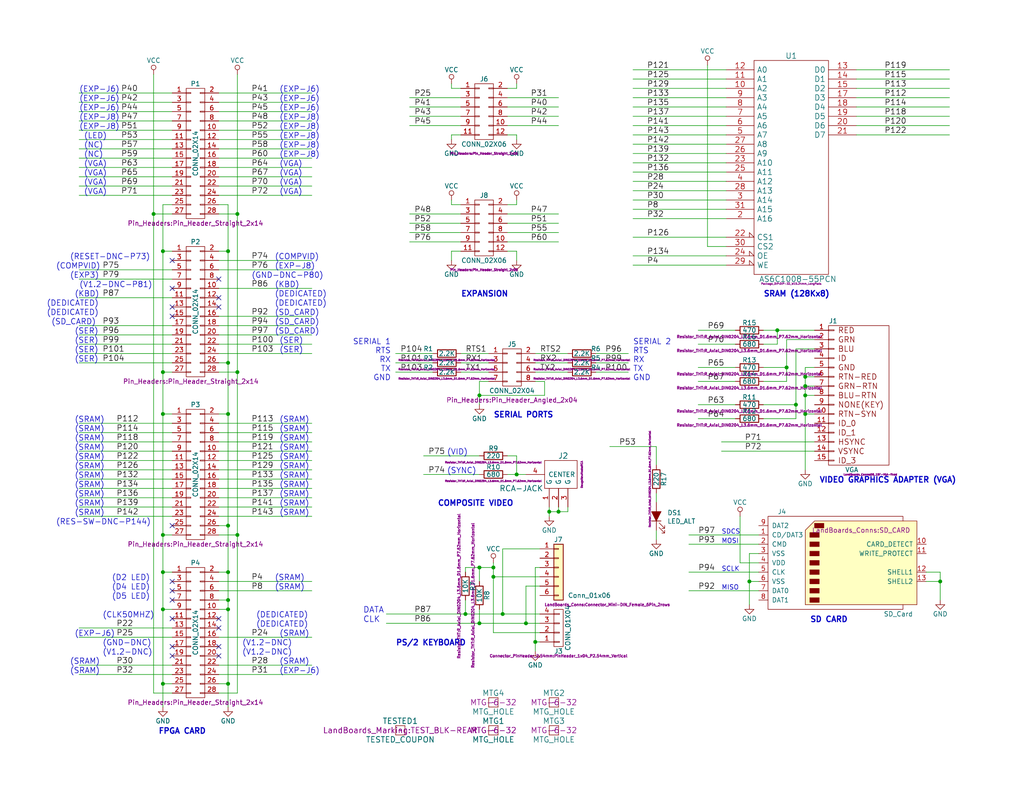
<source format=kicad_sch>
(kicad_sch (version 20211123) (generator eeschema)
  (paper "A")
  (title_block (title "Multi-Computer on FPGA") (date "2020-05-31") (rev "1") (company "land-boards.com") (comment 1 "Power is 3.3V from EP2C5 FPGA card"))
  (junction (at 204.47 158.75))
  (junction (at 64.77 58.42))
  (junction (at 62.23 156.21))
  (junction (at 64.77 146.05))
  (junction (at 127 167.64))
  (junction (at 130.81 170.18))
  (junction (at 219.71 113.03))
  (junction (at 62.23 166.37))
  (junction (at 44.45 186.69))
  (junction (at 64.77 101.6))
  (junction (at 143.51 170.18))
  (junction (at 219.71 105.41))
  (junction (at 41.91 58.42))
  (junction (at 137.16 167.64))
  (junction (at 62.23 99.06))
  (junction (at 256.54 158.75))
  (junction (at 44.45 166.37))
  (junction (at 219.71 102.87))
  (junction (at 44.45 156.21))
  (junction (at 134.62 157.48))
  (junction (at 134.62 154.94))
  (junction (at 219.71 107.95))
  (junction (at 62.23 68.58))
  (junction (at 149.86 139.7))
  (junction (at 44.45 101.6))
  (junction (at 62.23 163.83))
  (junction (at 62.23 186.69))
  (junction (at 130.81 154.94))
  (junction (at 152.4 139.7))
  (junction (at 62.23 143.51))
  (junction (at 146.05 175.26))
  (junction (at 130.81 107.95))
  (junction (at 140.97 129.54))
  (junction (at 212.09 90.17))
  (junction (at 214.63 100.33))
  (junction (at 44.45 113.03))
  (junction (at 62.23 113.03))
  (junction (at 44.45 68.58))
  (junction (at 44.45 146.05))
  (junction (at 217.17 110.49))
  (no_connect (at 59.69 176.53))
  (no_connect (at 46.99 71.12))
  (no_connect (at 59.69 76.2))
  (no_connect (at 46.99 161.29))
  (no_connect (at 46.99 158.75))
  (no_connect (at 46.99 179.07))
  (no_connect (at 59.69 168.91))
  (no_connect (at 46.99 176.53))
  (no_connect (at 46.99 83.82))
  (no_connect (at 46.99 168.91))
  (no_connect (at 46.99 143.51))
  (no_connect (at 59.69 171.45))
  (no_connect (at 59.69 179.07))
  (no_connect (at 59.69 81.28))
  (no_connect (at 46.99 78.74))
  (no_connect (at 46.99 86.36))
  (no_connect (at 46.99 163.83))
  (no_connect (at 59.69 83.82))
  (wire (pts (xy 46.99 58.42) (xy 41.91 58.42)))
  (wire (pts (xy 85.09 138.43) (xy 59.69 138.43)))
  (wire (pts (xy 212.09 90.17) (xy 222.25 90.17)))
  (wire (pts (xy 204.47 158.75) (xy 204.47 165.1)))
  (wire (pts (xy 138.43 124.46) (xy 140.97 124.46)))
  (wire (pts (xy 46.99 156.21) (xy 44.45 156.21)))
  (wire (pts (xy 46.99 53.34) (xy 21.59 53.34)))
  (wire (pts (xy 207.01 148.59) (xy 187.96 148.59)))
  (wire (pts (xy 46.99 55.88) (xy 44.45 55.88)))
  (wire (pts (xy 198.12 69.85) (xy 172.72 69.85)))
  (wire (pts (xy 127 167.64) (xy 137.16 167.64)))
  (wire (pts (xy 133.35 101.6) (xy 125.73 101.6)))
  (wire (pts (xy 214.63 92.71) (xy 222.25 92.71)))
  (wire (pts (xy 62.23 166.37) (xy 62.23 186.69)))
  (wire (pts (xy 217.17 95.25) (xy 217.17 110.49)))
  (wire (pts (xy 46.99 96.52) (xy 21.59 96.52)))
  (wire (pts (xy 46.99 99.06) (xy 21.59 99.06)))
  (wire (pts (xy 200.66 90.17) (xy 190.5 90.17)))
  (wire (pts (xy 138.43 129.54) (xy 140.97 129.54)))
  (wire (pts (xy 259.08 24.13) (xy 233.68 24.13)))
  (wire (pts (xy 44.45 101.6) (xy 44.45 113.03)))
  (wire (pts (xy 222.25 100.33) (xy 219.71 100.33)))
  (wire (pts (xy 123.19 55.88) (xy 123.19 54.61)))
  (wire (pts (xy 219.71 113.03) (xy 219.71 128.27)))
  (wire (pts (xy 62.23 113.03) (xy 62.23 143.51)))
  (wire (pts (xy 198.12 19.05) (xy 172.72 19.05)))
  (wire (pts (xy 46.99 130.81) (xy 21.59 130.81)))
  (wire (pts (xy 222.25 113.03) (xy 219.71 113.03)))
  (wire (pts (xy 152.4 60.96) (xy 138.43 60.96)))
  (wire (pts (xy 41.91 189.23) (xy 46.99 189.23)))
  (wire (pts (xy 152.4 58.42) (xy 138.43 58.42)))
  (wire (pts (xy 62.23 68.58) (xy 62.23 99.06)))
  (wire (pts (xy 152.4 29.21) (xy 138.43 29.21)))
  (wire (pts (xy 123.19 68.58) (xy 123.19 71.12)))
  (wire (pts (xy 85.09 30.48) (xy 59.69 30.48)))
  (wire (pts (xy 200.66 104.14) (xy 190.5 104.14)))
  (wire (pts (xy 149.86 139.7) (xy 149.86 140.97)))
  (wire (pts (xy 46.99 184.15) (xy 21.59 184.15)))
  (wire (pts (xy 207.01 151.13) (xy 204.47 151.13)))
  (wire (pts (xy 147.32 157.48) (xy 134.62 157.48)))
  (wire (pts (xy 208.28 93.98) (xy 212.09 93.98)))
  (wire (pts (xy 130.81 104.14) (xy 130.81 107.95)))
  (wire (pts (xy 133.35 96.52) (xy 125.73 96.52)))
  (wire (pts (xy 85.09 115.57) (xy 59.69 115.57)))
  (wire (pts (xy 152.4 26.67) (xy 138.43 26.67)))
  (wire (pts (xy 59.69 186.69) (xy 62.23 186.69)))
  (wire (pts (xy 41.91 58.42) (xy 41.91 189.23)))
  (wire (pts (xy 198.12 49.53) (xy 172.72 49.53)))
  (wire (pts (xy 222.25 102.87) (xy 219.71 102.87)))
  (wire (pts (xy 198.12 34.29) (xy 172.72 34.29)))
  (wire (pts (xy 46.99 45.72) (xy 21.59 45.72)))
  (wire (pts (xy 138.43 68.58) (xy 140.97 68.58)))
  (wire (pts (xy 85.09 140.97) (xy 59.69 140.97)))
  (wire (pts (xy 64.77 58.42) (xy 64.77 101.6)))
  (wire (pts (xy 207.01 156.21) (xy 187.96 156.21)))
  (wire (pts (xy 204.47 151.13) (xy 204.47 158.75)))
  (wire (pts (xy 208.28 90.17) (xy 212.09 90.17)))
  (wire (pts (xy 200.66 110.49) (xy 190.5 110.49)))
  (wire (pts (xy 154.94 101.6) (xy 146.05 101.6)))
  (wire (pts (xy 127 154.94) (xy 130.81 154.94)))
  (wire (pts (xy 85.09 125.73) (xy 59.69 125.73)))
  (wire (pts (xy 62.23 55.88) (xy 62.23 68.58)))
  (wire (pts (xy 85.09 93.98) (xy 59.69 93.98)))
  (wire (pts (xy 46.99 40.64) (xy 21.59 40.64)))
  (wire (pts (xy 123.19 24.13) (xy 123.19 22.86)))
  (wire (pts (xy 152.4 34.29) (xy 138.43 34.29)))
  (wire (pts (xy 147.32 160.02) (xy 143.51 160.02)))
  (wire (pts (xy 130.81 107.95) (xy 130.81 110.49)))
  (wire (pts (xy 171.45 101.6) (xy 162.56 101.6)))
  (wire (pts (xy 198.12 21.59) (xy 172.72 21.59)))
  (wire (pts (xy 179.07 121.92) (xy 179.07 127)))
  (wire (pts (xy 152.4 66.04) (xy 138.43 66.04)))
  (wire (pts (xy 198.12 31.75) (xy 172.72 31.75)))
  (wire (pts (xy 46.99 38.1) (xy 21.59 38.1)))
  (wire (pts (xy 62.23 156.21) (xy 62.23 163.83)))
  (wire (pts (xy 46.99 81.28) (xy 21.59 81.28)))
  (wire (pts (xy 62.23 163.83) (xy 62.23 166.37)))
  (wire (pts (xy 198.12 57.15) (xy 172.72 57.15)))
  (wire (pts (xy 137.16 167.64) (xy 147.32 167.64)))
  (wire (pts (xy 166.37 121.92) (xy 179.07 121.92)))
  (wire (pts (xy 64.77 146.05) (xy 64.77 189.23)))
  (wire (pts (xy 133.35 104.14) (xy 130.81 104.14)))
  (wire (pts (xy 46.99 133.35) (xy 21.59 133.35)))
  (wire (pts (xy 46.99 101.6) (xy 44.45 101.6)))
  (wire (pts (xy 85.09 96.52) (xy 59.69 96.52)))
  (wire (pts (xy 259.08 26.67) (xy 233.68 26.67)))
  (wire (pts (xy 222.25 105.41) (xy 219.71 105.41)))
  (wire (pts (xy 46.99 35.56) (xy 21.59 35.56)))
  (wire (pts (xy 44.45 146.05) (xy 44.45 156.21)))
  (wire (pts (xy 212.09 93.98) (xy 212.09 90.17)))
  (wire (pts (xy 138.43 24.13) (xy 140.97 24.13)))
  (wire (pts (xy 143.51 160.02) (xy 143.51 170.18)))
  (wire (pts (xy 256.54 156.21) (xy 256.54 158.75)))
  (wire (pts (xy 198.12 59.69) (xy 172.72 59.69)))
  (wire (pts (xy 214.63 92.71) (xy 214.63 100.33)))
  (wire (pts (xy 198.12 41.91) (xy 172.72 41.91)))
  (wire (pts (xy 64.77 101.6) (xy 64.77 146.05)))
  (wire (pts (xy 198.12 36.83) (xy 172.72 36.83)))
  (wire (pts (xy 134.62 153.67) (xy 134.62 154.94)))
  (wire (pts (xy 140.97 129.54) (xy 143.51 129.54)))
  (wire (pts (xy 125.73 60.96) (xy 111.76 60.96)))
  (wire (pts (xy 207.01 161.29) (xy 187.96 161.29)))
  (wire (pts (xy 259.08 19.05) (xy 233.68 19.05)))
  (wire (pts (xy 59.69 101.6) (xy 64.77 101.6)))
  (wire (pts (xy 85.09 73.66) (xy 59.69 73.66)))
  (wire (pts (xy 125.73 66.04) (xy 111.76 66.04)))
  (wire (pts (xy 133.35 99.06) (xy 125.73 99.06)))
  (wire (pts (xy 46.99 138.43) (xy 21.59 138.43)))
  (wire (pts (xy 207.01 153.67) (xy 201.93 153.67)))
  (wire (pts (xy 149.86 139.7) (xy 152.4 139.7)))
  (wire (pts (xy 59.69 163.83) (xy 62.23 163.83)))
  (wire (pts (xy 134.62 157.48) (xy 134.62 172.72)))
  (wire (pts (xy 125.73 63.5) (xy 111.76 63.5)))
  (wire (pts (xy 85.09 133.35) (xy 59.69 133.35)))
  (wire (pts (xy 214.63 100.33) (xy 214.63 104.14)))
  (wire (pts (xy 125.73 36.83) (xy 123.19 36.83)))
  (wire (pts (xy 125.73 24.13) (xy 123.19 24.13)))
  (wire (pts (xy 59.69 166.37) (xy 62.23 166.37)))
  (wire (pts (xy 62.23 99.06) (xy 62.23 113.03)))
  (wire (pts (xy 207.01 146.05) (xy 187.96 146.05)))
  (wire (pts (xy 130.81 154.94) (xy 134.62 154.94)))
  (wire (pts (xy 130.81 158.75) (xy 130.81 154.94)))
  (wire (pts (xy 198.12 24.13) (xy 172.72 24.13)))
  (wire (pts (xy 46.99 50.8) (xy 21.59 50.8)))
  (wire (pts (xy 259.08 36.83) (xy 233.68 36.83)))
  (wire (pts (xy 44.45 186.69) (xy 44.45 193.04)))
  (wire (pts (xy 152.4 31.75) (xy 138.43 31.75)))
  (wire (pts (xy 46.99 91.44) (xy 21.59 91.44)))
  (wire (pts (xy 46.99 146.05) (xy 44.45 146.05)))
  (wire (pts (xy 44.45 113.03) (xy 44.45 146.05)))
  (wire (pts (xy 130.81 170.18) (xy 143.51 170.18)))
  (wire (pts (xy 85.09 38.1) (xy 59.69 38.1)))
  (wire (pts (xy 62.23 143.51) (xy 59.69 143.51)))
  (wire (pts (xy 44.45 68.58) (xy 44.45 101.6)))
  (wire (pts (xy 46.99 68.58) (xy 44.45 68.58)))
  (wire (pts (xy 147.32 175.26) (xy 146.05 175.26)))
  (wire (pts (xy 198.12 64.77) (xy 172.72 64.77)))
  (wire (pts (xy 44.45 156.21) (xy 44.45 166.37)))
  (wire (pts (xy 62.23 143.51) (xy 62.23 156.21)))
  (wire (pts (xy 152.4 63.5) (xy 138.43 63.5)))
  (wire (pts (xy 259.08 31.75) (xy 233.68 31.75)))
  (wire (pts (xy 85.09 118.11) (xy 59.69 118.11)))
  (wire (pts (xy 46.99 186.69) (xy 44.45 186.69)))
  (wire (pts (xy 85.09 128.27) (xy 59.69 128.27)))
  (wire (pts (xy 154.94 96.52) (xy 146.05 96.52)))
  (wire (pts (xy 148.59 104.14) (xy 148.59 107.95)))
  (wire (pts (xy 214.63 104.14) (xy 208.28 104.14)))
  (wire (pts (xy 193.04 17.78) (xy 193.04 67.31)))
  (wire (pts (xy 179.07 144.78) (xy 179.07 147.32)))
  (wire (pts (xy 64.77 189.23) (xy 59.69 189.23)))
  (wire (pts (xy 134.62 172.72) (xy 147.32 172.72)))
  (wire (pts (xy 85.09 130.81) (xy 59.69 130.81)))
  (wire (pts (xy 200.66 100.33) (xy 190.5 100.33)))
  (wire (pts (xy 85.09 158.75) (xy 59.69 158.75)))
  (wire (pts (xy 146.05 175.26) (xy 146.05 177.8)))
  (wire (pts (xy 105.41 170.18) (xy 130.81 170.18)))
  (wire (pts (xy 125.73 29.21) (xy 111.76 29.21)))
  (wire (pts (xy 125.73 68.58) (xy 123.19 68.58)))
  (wire (pts (xy 140.97 36.83) (xy 140.97 38.1)))
  (wire (pts (xy 137.16 167.64) (xy 137.16 149.86)))
  (wire (pts (xy 198.12 54.61) (xy 172.72 54.61)))
  (wire (pts (xy 46.99 166.37) (xy 44.45 166.37)))
  (wire (pts (xy 64.77 146.05) (xy 59.69 146.05)))
  (wire (pts (xy 85.09 86.36) (xy 59.69 86.36)))
  (wire (pts (xy 62.23 55.88) (xy 59.69 55.88)))
  (wire (pts (xy 152.4 138.43) (xy 152.4 139.7)))
  (wire (pts (xy 46.99 181.61) (xy 21.59 181.61)))
  (wire (pts (xy 105.41 167.64) (xy 127 167.64)))
  (wire (pts (xy 198.12 52.07) (xy 172.72 52.07)))
  (wire (pts (xy 201.93 153.67) (xy 201.93 140.97)))
  (wire (pts (xy 85.09 123.19) (xy 59.69 123.19)))
  (wire (pts (xy 46.99 173.99) (xy 21.59 173.99)))
  (wire (pts (xy 46.99 30.48) (xy 21.59 30.48)))
  (wire (pts (xy 200.66 114.3) (xy 190.5 114.3)))
  (wire (pts (xy 198.12 39.37) (xy 172.72 39.37)))
  (wire (pts (xy 193.04 67.31) (xy 198.12 67.31)))
  (wire (pts (xy 252.73 158.75) (xy 256.54 158.75)))
  (wire (pts (xy 125.73 26.67) (xy 111.76 26.67)))
  (wire (pts (xy 146.05 154.94) (xy 147.32 154.94)))
  (wire (pts (xy 217.17 95.25) (xy 222.25 95.25)))
  (wire (pts (xy 85.09 184.15) (xy 59.69 184.15)))
  (wire (pts (xy 219.71 102.87) (xy 219.71 105.41)))
  (wire (pts (xy 118.11 101.6) (xy 107.95 101.6)))
  (wire (pts (xy 259.08 21.59) (xy 233.68 21.59)))
  (wire (pts (xy 148.59 107.95) (xy 130.81 107.95)))
  (wire (pts (xy 200.66 93.98) (xy 190.5 93.98)))
  (wire (pts (xy 44.45 55.88) (xy 44.45 68.58)))
  (wire (pts (xy 64.77 20.32) (xy 64.77 58.42)))
  (wire (pts (xy 219.71 107.95) (xy 219.71 113.03)))
  (wire (pts (xy 64.77 58.42) (xy 59.69 58.42)))
  (wire (pts (xy 140.97 55.88) (xy 140.97 54.61)))
  (wire (pts (xy 85.09 27.94) (xy 59.69 27.94)))
  (wire (pts (xy 85.09 53.34) (xy 59.69 53.34)))
  (wire (pts (xy 127 163.83) (xy 127 167.64)))
  (wire (pts (xy 46.99 43.18) (xy 21.59 43.18)))
  (wire (pts (xy 208.28 110.49) (xy 217.17 110.49)))
  (wire (pts (xy 171.45 99.06) (xy 162.56 99.06)))
  (wire (pts (xy 46.99 25.4) (xy 21.59 25.4)))
  (wire (pts (xy 198.12 46.99) (xy 172.72 46.99)))
  (wire (pts (xy 140.97 24.13) (xy 140.97 22.86)))
  (wire (pts (xy 130.81 129.54) (xy 115.57 129.54)))
  (wire (pts (xy 85.09 33.02) (xy 59.69 33.02)))
  (wire (pts (xy 204.47 158.75) (xy 207.01 158.75)))
  (wire (pts (xy 137.16 149.86) (xy 147.32 149.86)))
  (wire (pts (xy 171.45 96.52) (xy 162.56 96.52)))
  (wire (pts (xy 85.09 45.72) (xy 59.69 45.72)))
  (wire (pts (xy 46.99 115.57) (xy 21.59 115.57)))
  (wire (pts (xy 217.17 110.49) (xy 217.17 114.3)))
  (wire (pts (xy 219.71 105.41) (xy 219.71 107.95)))
  (wire (pts (xy 46.99 76.2) (xy 21.59 76.2)))
  (wire (pts (xy 85.09 88.9) (xy 59.69 88.9)))
  (wire (pts (xy 138.43 55.88) (xy 140.97 55.88)))
  (wire (pts (xy 85.09 71.12) (xy 59.69 71.12)))
  (wire (pts (xy 85.09 43.18) (xy 59.69 43.18)))
  (wire (pts (xy 85.09 91.44) (xy 59.69 91.44)))
  (wire (pts (xy 208.28 100.33) (xy 214.63 100.33)))
  (wire (pts (xy 46.99 128.27) (xy 21.59 128.27)))
  (wire (pts (xy 46.99 88.9) (xy 21.59 88.9)))
  (wire (pts (xy 130.81 124.46) (xy 115.57 124.46)))
  (wire (pts (xy 219.71 100.33) (xy 219.71 102.87)))
  (wire (pts (xy 146.05 175.26) (xy 146.05 154.94)))
  (wire (pts (xy 46.99 48.26) (xy 21.59 48.26)))
  (wire (pts (xy 46.99 123.19) (xy 21.59 123.19)))
  (wire (pts (xy 127 156.21) (xy 127 154.94)))
  (wire (pts (xy 46.99 113.03) (xy 44.45 113.03)))
  (wire (pts (xy 118.11 96.52) (xy 107.95 96.52)))
  (wire (pts (xy 46.99 118.11) (xy 21.59 118.11)))
  (wire (pts (xy 59.69 99.06) (xy 62.23 99.06)))
  (wire (pts (xy 125.73 31.75) (xy 111.76 31.75)))
  (wire (pts (xy 149.86 138.43) (xy 149.86 139.7)))
  (wire (pts (xy 46.99 73.66) (xy 21.59 73.66)))
  (wire (pts (xy 198.12 29.21) (xy 172.72 29.21)))
  (wire (pts (xy 143.51 170.18) (xy 147.32 170.18)))
  (wire (pts (xy 252.73 156.21) (xy 256.54 156.21)))
  (wire (pts (xy 125.73 58.42) (xy 111.76 58.42)))
  (wire (pts (xy 152.4 139.7) (xy 154.94 139.7)))
  (wire (pts (xy 59.69 68.58) (xy 62.23 68.58)))
  (wire (pts (xy 146.05 104.14) (xy 148.59 104.14)))
  (wire (pts (xy 256.54 158.75) (xy 256.54 163.83)))
  (wire (pts (xy 217.17 114.3) (xy 208.28 114.3)))
  (wire (pts (xy 46.99 27.94) (xy 21.59 27.94)))
  (wire (pts (xy 130.81 166.37) (xy 130.81 170.18)))
  (wire (pts (xy 46.99 125.73) (xy 21.59 125.73)))
  (wire (pts (xy 138.43 36.83) (xy 140.97 36.83)))
  (wire (pts (xy 85.09 161.29) (xy 59.69 161.29)))
  (wire (pts (xy 85.09 181.61) (xy 59.69 181.61)))
  (wire (pts (xy 85.09 120.65) (xy 59.69 120.65)))
  (wire (pts (xy 85.09 78.74) (xy 59.69 78.74)))
  (wire (pts (xy 46.99 33.02) (xy 21.59 33.02)))
  (wire (pts (xy 85.09 135.89) (xy 59.69 135.89)))
  (wire (pts (xy 46.99 93.98) (xy 21.59 93.98)))
  (wire (pts (xy 222.25 123.19) (xy 196.85 123.19)))
  (wire (pts (xy 154.94 99.06) (xy 146.05 99.06)))
  (wire (pts (xy 198.12 72.39) (xy 172.72 72.39)))
  (wire (pts (xy 179.07 134.62) (xy 179.07 137.16)))
  (wire (pts (xy 41.91 20.32) (xy 41.91 58.42)))
  (wire (pts (xy 46.99 135.89) (xy 21.59 135.89)))
  (wire (pts (xy 44.45 166.37) (xy 44.45 186.69)))
  (wire (pts (xy 222.25 120.65) (xy 196.85 120.65)))
  (wire (pts (xy 222.25 107.95) (xy 219.71 107.95)))
  (wire (pts (xy 62.23 186.69) (xy 62.23 193.04)))
  (wire (pts (xy 125.73 34.29) (xy 111.76 34.29)))
  (wire (pts (xy 85.09 48.26) (xy 59.69 48.26)))
  (wire (pts (xy 259.08 29.21) (xy 233.68 29.21)))
  (wire (pts (xy 125.73 55.88) (xy 123.19 55.88)))
  (wire (pts (xy 154.94 139.7) (xy 154.94 138.43)))
  (wire (pts (xy 85.09 50.8) (xy 59.69 50.8)))
  (wire (pts (xy 46.99 120.65) (xy 21.59 120.65)))
  (wire (pts (xy 140.97 124.46) (xy 140.97 129.54)))
  (wire (pts (xy 134.62 154.94) (xy 134.62 157.48)))
  (wire (pts (xy 85.09 25.4) (xy 59.69 25.4)))
  (wire (pts (xy 85.09 40.64) (xy 59.69 40.64)))
  (wire (pts (xy 59.69 156.21) (xy 62.23 156.21)))
  (wire (pts (xy 123.19 36.83) (xy 123.19 38.1)))
  (wire (pts (xy 46.99 171.45) (xy 21.59 171.45)))
  (wire (pts (xy 259.08 34.29) (xy 233.68 34.29)))
  (wire (pts (xy 85.09 173.99) (xy 59.69 173.99)))
  (wire (pts (xy 59.69 113.03) (xy 62.23 113.03)))
  (wire (pts (xy 85.09 35.56) (xy 59.69 35.56)))
  (wire (pts (xy 46.99 140.97) (xy 21.59 140.97)))
  (wire (pts (xy 118.11 99.06) (xy 107.95 99.06)))
  (wire (pts (xy 198.12 44.45) (xy 172.72 44.45)))
  (wire (pts (xy 198.12 26.67) (xy 172.72 26.67)))
  (wire (pts (xy 140.97 68.58) (xy 140.97 71.12)))
  (text "VIDEO GRAPHICS ADAPTER (VGA)" (at 223.52 132.08 0) (effects (font (size 1.524 1.524) (thickness 0.3048) bold) (justify left bottom)))
  (text "(SER)" (at 20.32 93.98 0) (effects (font (size 1.524 1.524)) (justify left bottom)))
  (text "(NC)" (at 22.86 43.18 0) (effects (font (size 1.524 1.524)) (justify left bottom)))
  (text "(SRAM)" (at 76.2 128.27 0) (effects (font (size 1.524 1.524)) (justify left bottom)))
  (text "(EXP-J8)" (at 21.59 33.02 0) (effects (font (size 1.524 1.524)) (justify left bottom)))
  (text "SCLK" (at 196.85 156.21 0) (effects (font (size 1.27 1.27)) (justify left bottom)))
  (text "(VGA)" (at 22.86 45.72 0) (effects (font (size 1.524 1.524)) (justify left bottom)))
  (text "(D4 LED)" (at 30.48 161.29 0) (effects (font (size 1.524 1.524)) (justify left bottom)))
  (text "(VGA)" (at 22.86 48.26 0) (effects (font (size 1.524 1.524)) (justify left bottom)))
  (text "MOSI" (at 196.85 148.59 0) (effects (font (size 1.27 1.27)) (justify left bottom)))
  (text "(SD_CARD)" (at 13.97 88.9 0) (effects (font (size 1.524 1.524)) (justify left bottom)))
  (text "FPGA CARD" (at 43.18 200.66 0) (effects (font (size 1.524 1.524) (thickness 0.3048) bold) (justify left bottom)))
  (text "(SRAM)" (at 76.2 118.11 0) (effects (font (size 1.524 1.524)) (justify left bottom)))
  (text "(V1.2-DNC-P81)" (at 21.59 78.74 0) (effects (font (size 1.524 1.524)) (justify left bottom)))
  (text "(DEDICATED)" (at 74.93 83.82 0) (effects (font (size 1.524 1.524)) (justify left bottom)))
  (text "(SRAM)" (at 76.2 115.57 0) (effects (font (size 1.524 1.524)) (justify left bottom)))
  (text "(SRAM)" (at 74.93 161.29 0) (effects (font (size 1.524 1.524)) (justify left bottom)))
  (text "MISO" (at 196.85 161.29 0) (effects (font (size 1.27 1.27)) (justify left bottom)))
  (text "(SRAM)" (at 20.32 130.81 0) (effects (font (size 1.524 1.524)) (justify left bottom)))
  (text "(D2 LED)" (at 30.48 158.75 0) (effects (font (size 1.524 1.524)) (justify left bottom)))
  (text "(SD_CARD)" (at 74.93 86.36 0) (effects (font (size 1.524 1.524)) (justify left bottom)))
  (text "(SER)" (at 76.2 93.98 0) (effects (font (size 1.524 1.524)) (justify left bottom)))
  (text "(EXP-J6)" (at 76.2 184.15 0) (effects (font (size 1.524 1.524)) (justify left bottom)))
  (text "(EXP3)" (at 19.05 76.2 0) (effects (font (size 1.524 1.524)) (justify left bottom)))
  (text "(SRAM)" (at 20.32 115.57 0) (effects (font (size 1.524 1.524)) (justify left bottom)))
  (text "(SRAM)" (at 76.2 125.73 0) (effects (font (size 1.524 1.524)) (justify left bottom)))
  (text "(SRAM)" (at 19.05 184.15 0) (effects (font (size 1.524 1.524)) (justify left bottom)))
  (text "(RESET-DNC-P73)" (at 19.05 71.12 0) (effects (font (size 1.524 1.524)) (justify left bottom)))
  (text "(EXP-J8)" (at 76.2 43.18 0) (effects (font (size 1.524 1.524)) (justify left bottom)))
  (text "(CLK50MHZ)" (at 27.94 168.91 0) (effects (font (size 1.524 1.524)) (justify left bottom)))
  (text "COMPOSITE VIDEO" (at 119.38 138.43 0) (effects (font (size 1.524 1.524) (thickness 0.3048) bold) (justify left bottom)))
  (text "(VGA)" (at 76.2 45.72 0) (effects (font (size 1.524 1.524)) (justify left bottom)))
  (text "(EXP-J8)" (at 76.2 40.64 0) (effects (font (size 1.524 1.524)) (justify left bottom)))
  (text "(SRAM)" (at 19.05 181.61 0) (effects (font (size 1.524 1.524)) (justify left bottom)))
  (text "EXPANSION" (at 125.73 81.28 0) (effects (font (size 1.524 1.524) (thickness 0.3048) bold) (justify left bottom)))
  (text "(SRAM)" (at 76.2 138.43 0) (effects (font (size 1.524 1.524)) (justify left bottom)))
  (text "(SD_CARD)" (at 74.93 91.44 0) (effects (font (size 1.524 1.524)) (justify left bottom)))
  (text "(VID)" (at 121.92 124.46 0) (effects (font (size 1.524 1.524)) (justify left bottom)))
  (text "(SRAM)" (at 20.32 133.35 0) (effects (font (size 1.524 1.524)) (justify left bottom)))
  (text "SERIAL PORTS" (at 134.62 114.3 0) (effects (font (size 1.524 1.524) (thickness 0.3048) bold) (justify left bottom)))
  (text "(SRAM)" (at 74.93 158.75 0) (effects (font (size 1.524 1.524)) (justify left bottom)))
  (text "(SRAM)" (at 20.32 128.27 0) (effects (font (size 1.524 1.524)) (justify left bottom)))
  (text "(SRAM)" (at 76.2 123.19 0) (effects (font (size 1.524 1.524)) (justify left bottom)))
  (text "(SRAM)" (at 20.32 123.19 0) (effects (font (size 1.524 1.524)) (justify left bottom)))
  (text "(COMPVID)" (at 15.24 73.66 0) (effects (font (size 1.524 1.524)) (justify left bottom)))
  (text "(SYNC)" (at 121.92 129.54 0) (effects (font (size 1.524 1.524)) (justify left bottom)))
  (text "(EXP-J6)" (at 21.59 25.4 0) (effects (font (size 1.524 1.524)) (justify left bottom)))
  (text "(VGA)" (at 76.2 50.8 0) (effects (font (size 1.524 1.524)) (justify left bottom)))
  (text "(EXP-J6)" (at 21.59 27.94 0) (effects (font (size 1.524 1.524)) (justify left bottom)))
  (text "SERIAL 2\nRTS\nRX\nTX\nGND" (at 172.72 104.14 0) (effects (font (size 1.524 1.524)) (justify left bottom)))
  (text "(EXP-J6)" (at 20.32 173.99 0) (effects (font (size 1.524 1.524)) (justify left bottom)))
  (text "(SER)" (at 76.2 96.52 0) (effects (font (size 1.524 1.524)) (justify left bottom)))
  (text "(EXP-J6)" (at 76.2 27.94 0) (effects (font (size 1.524 1.524)) (justify left bottom)))
  (text "(VGA)" (at 76.2 53.34 0) (effects (font (size 1.524 1.524)) (justify left bottom)))
  (text "(SRAM)" (at 20.32 120.65 0) (effects (font (size 1.524 1.524)) (justify left bottom)))
  (text "(SRAM)" (at 76.2 130.81 0) (effects (font (size 1.524 1.524)) (justify left bottom)))
  (text "(DEDICATED)" (at 12.7 86.36 0) (effects (font (size 1.524 1.524)) (justify left bottom)))
  (text "SRAM (128Kx8)" (at 208.28 81.28 0) (effects (font (size 1.524 1.524) (thickness 0.3048) bold) (justify left bottom)))
  (text "(D5 LED)" (at 30.48 163.83 0) (effects (font (size 1.524 1.524)) (justify left bottom)))
  (text "(KBD)" (at 20.32 81.28 0) (effects (font (size 1.524 1.524)) (justify left bottom)))
  (text "(SRAM)" (at 20.32 140.97 0) (effects (font (size 1.524 1.524)) (justify left bottom)))
  (text "SD CARD" (at 220.98 170.18 0) (effects (font (size 1.524 1.524) (thickness 0.3048) bold) (justify left bottom)))
  (text "(GND-DNC-P80)" (at 68.58 76.2 0) (effects (font (size 1.524 1.524)) (justify left bottom)))
  (text "(VGA)" (at 22.86 50.8 0) (effects (font (size 1.524 1.524)) (justify left bottom)))
  (text "(V1.2-DNC)" (at 27.94 179.07 0) (effects (font (size 1.524 1.524)) (justify left bottom)))
  (text "(SRAM)" (at 76.2 181.61 0) (effects (font (size 1.524 1.524)) (justify left bottom)))
  (text "DATA\nCLK" (at 99.06 170.18 0) (effects (font (size 1.6002 1.6002)) (justify left bottom)))
  (text "(SRAM)" (at 76.2 173.99 0) (effects (font (size 1.524 1.524)) (justify left bottom)))
  (text "(COMPVID)" (at 74.93 71.12 0) (effects (font (size 1.524 1.524)) (justify left bottom)))
  (text "(EXP-J6)" (at 76.2 30.48 0) (effects (font (size 1.524 1.524)) (justify left bottom)))
  (text "(EXP-J8)" (at 21.59 35.56 0) (effects (font (size 1.524 1.524)) (justify left bottom)))
  (text "(LED)" (at 22.86 38.1 0) (effects (font (size 1.524 1.524)) (justify left bottom)))
  (text "(SER)" (at 20.32 99.06 0) (effects (font (size 1.524 1.524)) (justify left bottom)))
  (text "(EXP-J8)" (at 74.93 73.66 0) (effects (font (size 1.524 1.524)) (justify left bottom)))
  (text "SDCS" (at 196.85 146.05 0) (effects (font (size 1.27 1.27)) (justify left bottom)))
  (text "(SD_CARD)" (at 74.93 88.9 0) (effects (font (size 1.524 1.524)) (justify left bottom)))
  (text "(EXP-J8)" (at 76.2 33.02 0) (effects (font (size 1.524 1.524)) (justify left bottom)))
  (text "(DEDICATED)" (at 12.7 83.82 0) (effects (font (size 1.524 1.524)) (justify left bottom)))
  (text "(SRAM)" (at 20.32 125.73 0) (effects (font (size 1.524 1.524)) (justify left bottom)))
  (text "(SRAM)" (at 76.2 133.35 0) (effects (font (size 1.524 1.524)) (justify left bottom)))
  (text "(SER)" (at 20.32 96.52 0) (effects (font (size 1.524 1.524)) (justify left bottom)))
  (text "(EXP-J8)" (at 76.2 35.56 0) (effects (font (size 1.524 1.524)) (justify left bottom)))
  (text "(VGA)" (at 76.2 48.26 0) (effects (font (size 1.524 1.524)) (justify left bottom)))
  (text "(DEDICATED)" (at 74.93 81.28 0) (effects (font (size 1.524 1.524)) (justify left bottom)))
  (text "(SRAM)" (at 20.32 138.43 0) (effects (font (size 1.524 1.524)) (justify left bottom)))
  (text "(EXP-J6)" (at 21.59 30.48 0) (effects (font (size 1.524 1.524)) (justify left bottom)))
  (text "(V1.2-DNC)" (at 66.04 176.53 0) (effects (font (size 1.524 1.524)) (justify left bottom)))
  (text "SERIAL 1\nRTS\nRX\nTX\nGND" (at 106.68 104.14 180) (effects (font (size 1.524 1.524)) (justify right bottom)))
  (text "(VGA)" (at 22.86 53.34 0) (effects (font (size 1.524 1.524)) (justify left bottom)))
  (text "(DEDICATED)" (at 69.85 168.91 0) (effects (font (size 1.524 1.524)) (justify left bottom)))
  (text "(RES-SW-DNC-P144)" (at 15.24 143.51 0) (effects (font (size 1.524 1.524)) (justify left bottom)))
  (text "(DEDICATED)" (at 69.85 171.45 0) (effects (font (size 1.524 1.524)) (justify left bottom)))
  (text "(NC)" (at 22.86 40.64 0) (effects (font (size 1.524 1.524)) (justify left bottom)))
  (text "(EXP-J8)" (at 76.2 38.1 0) (effects (font (size 1.524 1.524)) (justify left bottom)))
  (text "(KBD)" (at 74.93 78.74 0) (effects (font (size 1.524 1.524)) (justify left bottom)))
  (text "(SER)" (at 20.32 91.44 0) (effects (font (size 1.524 1.524)) (justify left bottom)))
  (text "(SRAM)" (at 20.32 118.11 0) (effects (font (size 1.524 1.524)) (justify left bottom)))
  (text "(SRAM)" (at 20.32 135.89 0) (effects (font (size 1.524 1.524)) (justify left bottom)))
  (text "(V1.2-DNC)" (at 66.04 179.07 0) (effects (font (size 1.524 1.524)) (justify left bottom)))
  (text "PS/2 KEYBOARD" (at 107.95 176.53 0) (effects (font (size 1.524 1.524) (thickness 0.3048) bold) (justify left bottom)))
  (text "(EXP-J6)" (at 76.2 25.4 0) (effects (font (size 1.524 1.524)) (justify left bottom)))
  (text "(GND-DNC)" (at 27.94 176.53 0) (effects (font (size 1.524 1.524)) (justify left bottom)))
  (text "(SRAM)" (at 76.2 135.89 0) (effects (font (size 1.524 1.524)) (justify left bottom)))
  (text "(SRAM)" (at 76.2 120.65 0) (effects (font (size 1.524 1.524)) (justify left bottom)))
  (text "(SRAM)" (at 76.2 140.97 0) (effects (font (size 1.524 1.524)) (justify left bottom)))
  (label "P44" (at 33.02 30.48 0) (effects (font (size 1.524 1.524))))
  (label "P129" (at 176.53 24.13 0) (effects (font (size 1.524 1.524))))
  (label "P125" (at 68.58 125.73 0) (effects (font (size 1.524 1.524))))
  (label "P31" (at 144.78 26.67 0) (effects (font (size 1.524 1.524))))
  (label "P45" (at 68.58 30.48 0) (effects (font (size 1.524 1.524))))
  (label "P64" (at 193.04 114.3 0) (effects (font (size 1.524 1.524))))
  (label "P51" (at 33.02 35.56 0) (effects (font (size 1.524 1.524))))
  (label "P112" (at 31.75 115.57 0) (effects (font (size 1.524 1.524))))
  (label "P25" (at 31.75 173.99 0) (effects (font (size 1.524 1.524))))
  (label "P55" (at 68.58 38.1 0) (effects (font (size 1.524 1.524))))
  (label "P71" (at 33.02 53.34 0) (effects (font (size 1.524 1.524))))
  (label "P133" (at 176.53 26.67 0) (effects (font (size 1.524 1.524))))
  (label "P114" (at 31.75 118.11 0) (effects (font (size 1.524 1.524))))
  (label "P94" (at 68.58 88.9 0) (effects (font (size 1.524 1.524))))
  (label "P96" (at 27.94 91.44 0) (effects (font (size 1.524 1.524))))
  (label "P63" (at 193.04 110.49 0) (effects (font (size 1.524 1.524))))
  (label "P24" (at 176.53 52.07 0) (effects (font (size 1.524 1.524))))
  (label "P132" (at 176.53 44.45 0) (effects (font (size 1.524 1.524))))
  (label "P129" (at 68.58 128.27 0) (effects (font (size 1.524 1.524))))
  (label "P32" (at 31.75 184.15 0) (effects (font (size 1.524 1.524))))
  (label "P42" (at 33.02 27.94 0) (effects (font (size 1.524 1.524))))
  (label "P113" (at 68.58 115.57 0) (effects (font (size 1.524 1.524))))
  (label "P104" (at 27.94 99.06 0) (effects (font (size 1.524 1.524))))
  (label "P4" (at 176.53 72.39 0) (effects (font (size 1.524 1.524))))
  (label "P4" (at 68.58 158.75 0) (effects (font (size 1.524 1.524))))
  (label "P139" (at 31.75 138.43 0) (effects (font (size 1.524 1.524))))
  (label "P63" (at 33.02 45.72 0) (effects (font (size 1.524 1.524))))
  (label "P132" (at 31.75 130.81 0) (effects (font (size 1.524 1.524))))
  (label "P22" (at 31.75 171.45 0) (effects (font (size 1.524 1.524))))
  (label "P55" (at 144.78 63.5 0) (effects (font (size 1.524 1.524))))
  (label "P65" (at 193.04 100.33 0) (effects (font (size 1.524 1.524))))
  (label "P28" (at 68.58 181.61 0) (effects (font (size 1.524 1.524))))
  (label "P103" (at 68.58 96.52 0) (effects (font (size 1.524 1.524))))
  (label "P53" (at 168.91 121.92 0) (effects (font (size 1.524 1.524))))
  (label "P114" (at 241.3 29.21 0) (effects (font (size 1.524 1.524))))
  (label "P25" (at 113.03 26.67 0) (effects (font (size 1.524 1.524))))
  (label "P67" (at 68.58 48.26 0) (effects (font (size 1.524 1.524))))
  (label "P134" (at 31.75 133.35 0) (effects (font (size 1.524 1.524))))
  (label "P121" (at 68.58 123.19 0) (effects (font (size 1.524 1.524))))
  (label "P141" (at 68.58 138.43 0) (effects (font (size 1.524 1.524))))
  (label "P97" (at 68.58 91.44 0) (effects (font (size 1.524 1.524))))
  (label "P92" (at 68.58 86.36 0) (effects (font (size 1.524 1.524))))
  (label "P72" (at 203.2 123.19 0) (effects (font (size 1.524 1.524))))
  (label "P64" (at 68.58 45.72 0) (effects (font (size 1.524 1.524))))
  (label "P44" (at 144.78 34.29 0) (effects (font (size 1.524 1.524))))
  (label "P86" (at 113.03 170.18 0) (effects (font (size 1.524 1.524))))
  (label "P126" (at 176.53 64.77 0) (effects (font (size 1.524 1.524))))
  (label "P47" (at 144.78 58.42 0) (effects (font (size 1.524 1.524))))
  (label "P75" (at 116.84 124.46 0) (effects (font (size 1.524 1.524))))
  (label "P143" (at 176.53 36.83 0) (effects (font (size 1.524 1.524))))
  (label "P113" (at 241.3 24.13 0) (effects (font (size 1.524 1.524))))
  (label "P43" (at 113.03 31.75 0) (effects (font (size 1.524 1.524))))
  (label "P76" (at 68.58 73.66 0) (effects (font (size 1.524 1.524))))
  (label "P86" (at 68.58 78.74 0) (effects (font (size 1.524 1.524))))
  (label "P120" (at 31.75 123.19 0) (effects (font (size 1.524 1.524))))
  (label "P41" (at 113.03 29.21 0) (effects (font (size 1.524 1.524))))
  (label "P8" (at 176.53 57.15 0) (effects (font (size 1.524 1.524))))
  (label "TX2" (at 147.32 101.6 0) (effects (font (size 1.524 1.524))))
  (label "P100" (at 165.1 101.6 0) (effects (font (size 1.524 1.524))))
  (label "P70" (at 68.58 50.8 0) (effects (font (size 1.524 1.524))))
  (label "P32" (at 176.53 59.69 0) (effects (font (size 1.524 1.524))))
  (label "P40" (at 144.78 29.21 0) (effects (font (size 1.524 1.524))))
  (label "P122" (at 241.3 36.83 0) (effects (font (size 1.524 1.524))))
  (label "P51" (at 144.78 60.96 0) (effects (font (size 1.524 1.524))))
  (label "P76" (at 113.03 66.04 0) (effects (font (size 1.524 1.524))))
  (label "P99" (at 165.1 99.06 0) (effects (font (size 1.524 1.524))))
  (label "P136" (at 176.53 46.99 0) (effects (font (size 1.524 1.524))))
  (label "P142" (at 31.75 140.97 0) (effects (font (size 1.524 1.524))))
  (label "P143" (at 68.58 140.97 0) (effects (font (size 1.524 1.524))))
  (label "P67" (at 193.04 104.14 0) (effects (font (size 1.524 1.524))))
  (label "P60" (at 144.78 66.04 0) (effects (font (size 1.524 1.524))))
  (label "P53" (at 33.02 38.1 0) (effects (font (size 1.524 1.524))))
  (label "P31" (at 68.58 184.15 0) (effects (font (size 1.524 1.524))))
  (label "P8" (at 68.58 161.29 0) (effects (font (size 1.524 1.524))))
  (label "P135" (at 68.58 133.35 0) (effects (font (size 1.524 1.524))))
  (label "P52" (at 113.03 60.96 0) (effects (font (size 1.524 1.524))))
  (label "P133" (at 68.58 130.81 0) (effects (font (size 1.524 1.524))))
  (label "P120" (at 241.3 34.29 0) (effects (font (size 1.524 1.524))))
  (label "P97" (at 190.5 146.05 0) (effects (font (size 1.524 1.524))))
  (label "P101" (at 27.94 96.52 0) (effects (font (size 1.524 1.524))))
  (label "P57" (at 33.02 40.64 0) (effects (font (size 1.524 1.524))))
  (label "P72" (at 68.58 53.34 0) (effects (font (size 1.524 1.524))))
  (label "P74" (at 116.84 129.54 0) (effects (font (size 1.524 1.524))))
  (label "P87" (at 113.03 167.64 0) (effects (font (size 1.524 1.524))))
  (label "P118" (at 31.75 120.65 0) (effects (font (size 1.524 1.524))))
  (label "P41" (at 68.58 25.4 0) (effects (font (size 1.524 1.524))))
  (label "P125" (at 176.53 21.59 0) (effects (font (size 1.524 1.524))))
  (label "P58" (at 68.58 40.64 0) (effects (font (size 1.524 1.524))))
  (label "P119" (at 68.58 120.65 0) (effects (font (size 1.524 1.524))))
  (label "P24" (at 68.58 173.99 0) (effects (font (size 1.524 1.524))))
  (label "P96" (at 165.1 96.52 0) (effects (font (size 1.524 1.524))))
  (label "P58" (at 113.03 63.5 0) (effects (font (size 1.524 1.524))))
  (label "P71" (at 203.2 120.65 0) (effects (font (size 1.524 1.524))))
  (label "P40" (at 33.02 25.4 0) (effects (font (size 1.524 1.524))))
  (label "RTS1" (at 127 96.52 0) (effects (font (size 1.524 1.524))))
  (label "P59" (at 33.02 43.18 0) (effects (font (size 1.524 1.524))))
  (label "P93" (at 27.94 88.9 0) (effects (font (size 1.524 1.524))))
  (label "P115" (at 241.3 21.59 0) (effects (font (size 1.524 1.524))))
  (label "P43" (at 68.58 27.94 0) (effects (font (size 1.524 1.524))))
  (label "P45" (at 113.03 34.29 0) (effects (font (size 1.524 1.524))))
  (label "P104" (at 109.22 96.52 0) (effects (font (size 1.524 1.524))))
  (label "P69" (at 193.04 90.17 0) (effects (font (size 1.524 1.524))))
  (label "RTS2" (at 147.32 96.52 0) (effects (font (size 1.524 1.524))))
  (label "P42" (at 144.78 31.75 0) (effects (font (size 1.524 1.524))))
  (label "P52" (at 68.58 35.56 0) (effects (font (size 1.524 1.524))))
  (label "P93" (at 190.5 148.59 0) (effects (font (size 1.524 1.524))))
  (label "P137" (at 176.53 31.75 0) (effects (font (size 1.524 1.524))))
  (label "P48" (at 68.58 33.02 0) (effects (font (size 1.524 1.524))))
  (label "P112" (at 241.3 26.67 0) (effects (font (size 1.524 1.524))))
  (label "P28" (at 176.53 49.53 0) (effects (font (size 1.524 1.524))))
  (label "P70" (at 193.04 93.98 0) (effects (font (size 1.524 1.524))))
  (label "P101" (at 109.22 99.06 0) (effects (font (size 1.524 1.524))))
  (label "P136" (at 31.75 135.89 0) (effects (font (size 1.524 1.524))))
  (label "P142" (at 176.53 39.37 0) (effects (font (size 1.524 1.524))))
  (label "RX1" (at 127 99.06 0) (effects (font (size 1.524 1.524))))
  (label "P65" (at 33.02 48.26 0) (effects (font (size 1.524 1.524))))
  (label "P60" (at 68.58 43.18 0) (effects (font (size 1.524 1.524))))
  (label "RX2" (at 147.32 99.06 0) (effects (font (size 1.524 1.524))))
  (label "P87" (at 27.94 81.28 0) (effects (font (size 1.524 1.524))))
  (label "P30" (at 31.75 181.61 0) (effects (font (size 1.524 1.524))))
  (label "P74" (at 68.58 71.12 0) (effects (font (size 1.524 1.524))))
  (label "P30" (at 176.53 54.61 0) (effects (font (size 1.524 1.524))))
  (label "P48" (at 113.03 58.42 0) (effects (font (size 1.524 1.524))))
  (label "P100" (at 68.58 93.98 0) (effects (font (size 1.524 1.524))))
  (label "P119" (at 241.3 19.05 0) (effects (font (size 1.524 1.524))))
  (label "P94" (at 190.5 156.21 0) (effects (font (size 1.524 1.524))))
  (label "P99" (at 27.94 93.98 0) (effects (font (size 1.524 1.524))))
  (label "P134" (at 176.53 69.85 0) (effects (font (size 1.524 1.524))))
  (label "P69" (at 33.02 50.8 0) (effects (font (size 1.524 1.524))))
  (label "P79" (at 27.94 76.2 0) (effects (font (size 1.524 1.524))))
  (label "P135" (at 176.53 29.21 0) (effects (font (size 1.524 1.524))))
  (label "P126" (at 31.75 128.27 0) (effects (font (size 1.524 1.524))))
  (label "P92" (at 190.5 161.29 0) (effects (font (size 1.524 1.524))))
  (label "P139" (at 176.53 41.91 0) (effects (font (size 1.524 1.524))))
  (label "P141" (at 176.53 34.29 0) (effects (font (size 1.524 1.524))))
  (label "P137" (at 68.58 135.89 0) (effects (font (size 1.524 1.524))))
  (label "TX1" (at 127 101.6 0) (effects (font (size 1.524 1.524))))
  (label "P121" (at 176.53 19.05 0) (effects (font (size 1.524 1.524))))
  (label "P75" (at 27.94 73.66 0) (effects (font (size 1.524 1.524))))
  (label "P103" (at 109.22 101.6 0) (effects (font (size 1.524 1.524))))
  (label "P47" (at 33.02 33.02 0) (effects (font (size 1.524 1.524))))
  (label "P118" (at 241.3 31.75 0) (effects (font (size 1.524 1.524))))
  (label "P122" (at 31.75 125.73 0) (effects (font (size 1.524 1.524))))
  (label "P115" (at 68.58 118.11 0) (effects (font (size 1.524 1.524))))
  (symbol (lib_id "EP2C5-DB-TH-rescue:MTG_HOLE-EP2C5-DB-rescue") (at 151.13 199.39 0) (unit 1)
    (property "Reference" "MTG3" (at 151.13 196.85 0) (effects (font (size 1.524 1.524))))
    (property "Value" "MTG_HOLE" (at 151.13 201.93 0) (effects (font (size 1.524 1.524))))
    (property "Footprint" "MTG-6-32" (at 151.13 199.39 0) (effects (font (size 1.524 1.524))))
    (property "Datasheet" "~" (at 151.13 199.39 0) (effects (font (size 1.524 1.524))))
  )
  (symbol (lib_id "EP2C5-DB-TH-rescue:MTG_HOLE-EP2C5-DB-rescue") (at 134.62 199.39 0) (unit 1)
    (property "Reference" "MTG1" (at 134.62 196.85 0) (effects (font (size 1.524 1.524))))
    (property "Value" "MTG_HOLE" (at 134.62 201.93 0) (effects (font (size 1.524 1.524))))
    (property "Footprint" "MTG-6-32" (at 134.62 199.39 0) (effects (font (size 1.524 1.524))))
    (property "Datasheet" "~" (at 134.62 199.39 0) (effects (font (size 1.524 1.524))))
  )
  (symbol (lib_id "EP2C5-DB-TH-rescue:MTG_HOLE-EP2C5-DB-rescue") (at 109.22 199.39 0) (unit 1)
    (property "Reference" "TESTED1" (at 109.22 196.85 0) (effects (font (size 1.524 1.524))))
    (property "Value" "TESTED_COUPON" (at 109.22 201.93 0) (effects (font (size 1.524 1.524))))
    (property "Footprint" "LandBoards_Marking:TEST_BLK-REAR" (at 109.22 199.39 0) (effects (font (size 1.524 1.524))))
    (property "Datasheet" "~" (at 109.22 199.39 0) (effects (font (size 1.524 1.524))))
  )
  (symbol (lib_id "EP2C5-DB-TH-rescue:CONN_02X14-conn-EP2C5-DB-rescue") (at 53.34 41.91 0) (unit 1)
    (property "Reference" "P1" (at 53.34 22.86 0))
    (property "Value" "CONN_02X14" (at 53.34 41.91 90))
    (property "Footprint" "Pin_Headers:Pin_Header_Straight_2x14" (at 53.34 60.96 0))
  )
  (symbol (lib_id "EP2C5-DB-TH-rescue:CONN_02X14-conn-EP2C5-DB-rescue") (at 53.34 85.09 0) (unit 1)
    (property "Reference" "P2" (at 53.34 66.04 0))
    (property "Value" "CONN_02X14" (at 53.34 85.09 90))
    (property "Footprint" "Pin_Headers:Pin_Header_Straight_2x14" (at 52.07 104.14 0))
  )
  (symbol (lib_id "EP2C5-DB-TH-rescue:CONN_02X14-conn-EP2C5-DB-rescue") (at 53.34 129.54 0) (unit 1)
    (property "Reference" "P3" (at 53.34 110.49 0))
    (property "Value" "CONN_02X14" (at 53.34 129.54 90))
    (property "Footprint" "Pin_Headers:Pin_Header_Straight_2x14" (at 53.34 148.59 0))
  )
  (symbol (lib_id "EP2C5-DB-TH-rescue:CONN_02X14-conn-EP2C5-DB-rescue") (at 53.34 172.72 0) (unit 1)
    (property "Reference" "P4" (at 53.34 153.67 0))
    (property "Value" "CONN_02X14" (at 53.34 172.72 90))
    (property "Footprint" "Pin_Headers:Pin_Header_Straight_2x14" (at 53.34 191.77 0))
  )
  (symbol (lib_id "EP2C5-DB-TH-rescue:VCC-power-EP2C5-DB-rescue") (at 41.91 20.32 0) (unit 1)
    (property "Reference" "#PWR01" (effects hide))
    (property "Value" "VCC" (at 41.91 16.51 0))
  )
  (symbol (lib_id "EP2C5-DB-TH-rescue:VCC-power-EP2C5-DB-rescue") (at 64.77 20.32 0) (unit 1)
    (property "Reference" "#PWR02" (effects hide))
    (property "Value" "VCC" (at 64.77 16.51 0))
  )
  (symbol (lib_id "EP2C5-DB-TH-rescue:GND-power-EP2C5-DB-rescue") (at 44.45 193.04 0) (unit 1)
    (property "Reference" "#PWR03" (effects hide))
    (property "Value" "GND" (at 44.45 196.85 0))
  )
  (symbol (lib_id "EP2C5-DB-TH-rescue:GND-power-EP2C5-DB-rescue") (at 62.23 193.04 0) (unit 1)
    (property "Reference" "#PWR04" (effects hide))
    (property "Value" "GND" (at 62.23 196.85 0))
  )
  (symbol (lib_id "EP2C5-DB-TH-rescue:MS628128-RESCUE-EP2C5-DB-EP2C5-DB-rescue") (at 215.9 45.72 0) (unit 1)
    (property "Reference" "U1" (at 215.9 15.24 0) (effects (font (size 1.524 1.524))))
    (property "Value" "AS6C1008-55PCN" (at 217.678 76.2 0) (effects (font (size 1.524 1.524))))
    (property "Footprint" "Package_DIP:DIP-32_W15.24mm_LongPads" (at 215.9 77.47 0) (effects (font (size 0.508 0.508))))
  )
  (symbol (lib_id "EP2C5-DB-TH-rescue:VCC-power-EP2C5-DB-rescue") (at 193.04 17.78 0) (unit 1)
    (property "Reference" "#PWR05" (effects hide))
    (property "Value" "VCC" (at 193.04 13.97 0))
  )
  (symbol (lib_id "EP2C5-DB-TH-rescue:VGA-EP2C5-DB-rescue") (at 233.68 107.95 0) (unit 1)
    (property "Reference" "J1" (at 227.33 87.63 0))
    (property "Value" "VGA" (at 232.41 128.27 0))
    (property "Footprint" "LandBoards_Conns:DB_15F-VGA-fixed" (at 237.49 129.54 0) (effects (font (size 0.508 0.508))))
  )
  (symbol (lib_id "EP2C5-DB-TH-rescue:GND-power-EP2C5-DB-rescue") (at 219.71 128.27 0) (unit 1)
    (property "Reference" "#PWR06" (effects hide))
    (property "Value" "GND" (at 219.71 132.08 0))
  )
  (symbol (lib_id "EP2C5-DB-TH-rescue:R-Device-EP2C5-DB-rescue") (at 204.47 90.17 90) (unit 1)
    (property "Reference" "R15" (at 204.47 88.138 90))
    (property "Value" "470" (at 204.47 90.17 90))
    (property "Footprint" "Resistor_THT:R_Axial_DIN0204_L3.6mm_D1.6mm_P7.62mm_Horizontal" (at 204.47 91.948 90) (effects (font (size 0.762 0.762))))
  )
  (symbol (lib_id "EP2C5-DB-TH-rescue:R-Device-EP2C5-DB-rescue") (at 204.47 93.98 90) (unit 1)
    (property "Reference" "R16" (at 204.47 91.948 90))
    (property "Value" "680" (at 204.47 93.98 90))
    (property "Footprint" "Resistor_THT:R_Axial_DIN0204_L3.6mm_D1.6mm_P7.62mm_Horizontal" (at 204.47 95.758 90) (effects (font (size 0.762 0.762))))
  )
  (symbol (lib_id "EP2C5-DB-TH-rescue:R-Device-EP2C5-DB-rescue") (at 204.47 100.33 90) (unit 1)
    (property "Reference" "R13" (at 204.47 98.298 90))
    (property "Value" "470" (at 204.47 100.33 90))
    (property "Footprint" "Resistor_THT:R_Axial_DIN0204_L3.6mm_D1.6mm_P7.62mm_Horizontal" (at 204.47 102.108 90) (effects (font (size 0.762 0.762))))
  )
  (symbol (lib_id "EP2C5-DB-TH-rescue:R-Device-EP2C5-DB-rescue") (at 204.47 104.14 90) (unit 1)
    (property "Reference" "R14" (at 204.47 102.108 90))
    (property "Value" "680" (at 204.47 104.14 90))
    (property "Footprint" "Resistor_THT:R_Axial_DIN0204_L3.6mm_D1.6mm_P7.62mm_Horizontal" (at 204.47 105.918 90) (effects (font (size 0.762 0.762))))
  )
  (symbol (lib_id "EP2C5-DB-TH-rescue:R-Device-EP2C5-DB-rescue") (at 204.47 110.49 90) (unit 1)
    (property "Reference" "R11" (at 204.47 108.458 90))
    (property "Value" "470" (at 204.47 110.49 90))
    (property "Footprint" "Resistor_THT:R_Axial_DIN0204_L3.6mm_D1.6mm_P7.62mm_Horizontal" (at 204.47 112.268 90) (effects (font (size 0.762 0.762))))
  )
  (symbol (lib_id "EP2C5-DB-TH-rescue:R-Device-EP2C5-DB-rescue") (at 204.47 114.3 90) (unit 1)
    (property "Reference" "R12" (at 204.47 112.268 90))
    (property "Value" "680" (at 204.47 114.3 90))
    (property "Footprint" "Resistor_THT:R_Axial_DIN0204_L3.6mm_D1.6mm_P7.62mm_Horizontal" (at 204.47 116.078 90) (effects (font (size 0.762 0.762))))
  )
  (symbol (lib_id "EP2C5-DB-TH-rescue:GND-power-EP2C5-DB-rescue") (at 130.81 110.49 0) (unit 1)
    (property "Reference" "#PWR07" (effects hide))
    (property "Value" "GND" (at 130.81 114.3 0))
  )
  (symbol (lib_id "EP2C5-DB-TH-rescue:GND-power-EP2C5-DB-rescue") (at 146.05 177.8 0) (unit 1)
    (property "Reference" "#PWR08" (effects hide))
    (property "Value" "GND" (at 146.05 181.61 0))
  )
  (symbol (lib_id "EP2C5-DB-TH-rescue:VCC-power-EP2C5-DB-rescue") (at 134.62 153.67 0) (unit 1)
    (property "Reference" "#PWR09" (effects hide))
    (property "Value" "VCC" (at 134.62 149.86 0))
  )
  (symbol (lib_id "EP2C5-DB-TH-rescue:RCA-JACK-EP2C5-DB-rescue") (at 153.67 130.81 0) (mirror y) (unit 1)
    (property "Reference" "J2" (at 153.67 124.46 0) (effects (font (size 1.524 1.524))))
    (property "Value" "RCA-JACK" (at 142.24 133.35 0) (effects (font (size 1.524 1.524))))
    (property "Footprint" "DougsNewMods:RCA" (at 158.75 129.54 90) (effects (font (size 0.508 0.508))))
  )
  (symbol (lib_id "EP2C5-DB-TH-rescue:R-Device-EP2C5-DB-rescue") (at 134.62 129.54 90) (unit 1)
    (property "Reference" "R10" (at 134.62 127.508 90))
    (property "Value" "680" (at 134.62 129.54 90))
    (property "Footprint" "Resistor_THT:R_Axial_DIN0204_L3.6mm_D1.6mm_P7.62mm_Horizontal" (at 134.62 131.318 90) (effects (font (size 0.508 0.508))))
  )
  (symbol (lib_id "EP2C5-DB-TH-rescue:R-Device-EP2C5-DB-rescue") (at 134.62 124.46 90) (unit 1)
    (property "Reference" "R9" (at 134.62 122.428 90))
    (property "Value" "220" (at 134.62 124.46 90))
    (property "Footprint" "Resistor_THT:R_Axial_DIN0204_L3.6mm_D1.6mm_P7.62mm_Horizontal" (at 134.62 126.238 90) (effects (font (size 0.508 0.508))))
  )
  (symbol (lib_id "EP2C5-DB-TH-rescue:GND-power-EP2C5-DB-rescue") (at 149.86 140.97 0) (unit 1)
    (property "Reference" "#PWR010" (effects hide))
    (property "Value" "GND" (at 149.86 144.78 0))
  )
  (symbol (lib_id "EP2C5-DB-TH-rescue:SD_Card-conn-EP2C5-DB-rescue") (at 229.87 153.67 0) (unit 1)
    (property "Reference" "J4" (at 213.36 139.7 0))
    (property "Value" "SD_Card" (at 245.11 167.64 0))
    (property "Footprint" "LandBoards_Conns:SD_CARD" (at 234.95 144.78 0))
  )
  (symbol (lib_id "EP2C5-DB-TH-rescue:GND-power-EP2C5-DB-rescue") (at 204.47 165.1 0) (unit 1)
    (property "Reference" "#PWR011" (effects hide))
    (property "Value" "GND" (at 204.47 168.91 0))
  )
  (symbol (lib_id "EP2C5-DB-TH-rescue:VCC-power-EP2C5-DB-rescue") (at 201.93 140.97 0) (unit 1)
    (property "Reference" "#PWR012" (effects hide))
    (property "Value" "VCC" (at 201.93 137.16 0))
  )
  (symbol (lib_id "EP2C5-DB-TH-rescue:CONN_02X06-conn-EP2C5-DB-rescue") (at 132.08 30.48 0) (unit 1)
    (property "Reference" "J6" (at 132.08 21.59 0))
    (property "Value" "CONN_02X06" (at 132.08 39.37 0))
    (property "Footprint" "Pin_Headers:Pin_Header_Straight_2x06" (at 132.08 41.91 0) (effects (font (size 0.635 0.635))))
  )
  (symbol (lib_id "EP2C5-DB-TH-rescue:GND-power-EP2C5-DB-rescue") (at 123.19 38.1 0) (unit 1)
    (property "Reference" "#PWR013" (effects hide))
    (property "Value" "GND" (at 123.19 41.91 0))
  )
  (symbol (lib_id "EP2C5-DB-TH-rescue:GND-power-EP2C5-DB-rescue") (at 140.97 38.1 0) (unit 1)
    (property "Reference" "#PWR014" (effects hide))
    (property "Value" "GND" (at 140.97 41.91 0))
  )
  (symbol (lib_id "EP2C5-DB-TH-rescue:VCC-power-EP2C5-DB-rescue") (at 123.19 22.86 0) (unit 1)
    (property "Reference" "#PWR015" (effects hide))
    (property "Value" "VCC" (at 123.19 19.05 0))
  )
  (symbol (lib_id "EP2C5-DB-TH-rescue:VCC-power-EP2C5-DB-rescue") (at 140.97 22.86 0) (unit 1)
    (property "Reference" "#PWR016" (effects hide))
    (property "Value" "VCC" (at 140.97 19.05 0))
  )
  (symbol (lib_id "EP2C5-DB-TH-rescue:R-Device-EP2C5-DB-rescue") (at 130.81 162.56 0) (unit 1)
    (property "Reference" "R8" (at 132.842 162.56 90))
    (property "Value" "10K" (at 130.81 162.56 90))
    (property "Footprint" "Resistor_THT:R_Axial_DIN0204_L3.6mm_D1.6mm_P7.62mm_Horizontal" (at 129.032 162.56 90) (effects (font (size 0.762 0.762))))
  )
  (symbol (lib_id "EP2C5-DB-TH-rescue:R-Device-EP2C5-DB-rescue") (at 127 160.02 0) (unit 1)
    (property "Reference" "R7" (at 129.032 160.02 90))
    (property "Value" "10K" (at 127 160.02 90))
    (property "Footprint" "Resistor_THT:R_Axial_DIN0204_L3.6mm_D1.6mm_P7.62mm_Horizontal" (at 125.222 160.02 90) (effects (font (size 0.762 0.762))))
  )
  (symbol (lib_id "EP2C5-DB-TH-rescue:R-Device-EP2C5-DB-rescue") (at 121.92 96.52 90) (unit 1)
    (property "Reference" "R1" (at 116.84 95.25 90))
    (property "Value" "2.2K" (at 121.92 96.52 90))
    (property "Footprint" "Resistor_THT:R_Axial_DIN0204_L3.6mm_D1.6mm_P7.62mm_Horizontal" (at 121.92 98.298 90) (effects (font (size 0.508 0.508))))
  )
  (symbol (lib_id "EP2C5-DB-TH-rescue:R-Device-EP2C5-DB-rescue") (at 121.92 99.06 90) (unit 1)
    (property "Reference" "R3" (at 116.84 97.79 90))
    (property "Value" "2.2K" (at 121.92 99.06 90))
    (property "Footprint" "Resistor_THT:R_Axial_DIN0204_L3.6mm_D1.6mm_P7.62mm_Horizontal" (at 121.92 100.838 90) (effects (font (size 0.508 0.508))))
  )
  (symbol (lib_id "EP2C5-DB-TH-rescue:R-Device-EP2C5-DB-rescue") (at 121.92 101.6 90) (unit 1)
    (property "Reference" "R2" (at 116.84 100.33 90))
    (property "Value" "2.2K" (at 121.92 101.6 90))
    (property "Footprint" "Resistor_THT:R_Axial_DIN0204_L3.6mm_D1.6mm_P7.62mm_Horizontal" (at 121.92 103.378 90) (effects (font (size 0.508 0.508))))
  )
  (symbol (lib_id "EP2C5-DB-TH-rescue:R-Device-EP2C5-DB-rescue") (at 158.75 96.52 90) (unit 1)
    (property "Reference" "R6" (at 162.56 95.25 90))
    (property "Value" "2.2K" (at 158.75 96.52 90))
    (property "Footprint" "Resistor_THT:R_Axial_DIN0204_L3.6mm_D1.6mm_P7.62mm_Horizontal" (at 158.75 98.298 90) (effects (font (size 0.508 0.508))))
  )
  (symbol (lib_id "EP2C5-DB-TH-rescue:R-Device-EP2C5-DB-rescue") (at 158.75 99.06 90) (unit 1)
    (property "Reference" "R5" (at 162.56 97.79 90))
    (property "Value" "2.2K" (at 158.75 99.06 90))
    (property "Footprint" "Resistor_THT:R_Axial_DIN0204_L3.6mm_D1.6mm_P7.62mm_Horizontal" (at 158.75 100.838 90) (effects (font (size 0.508 0.508))))
  )
  (symbol (lib_id "EP2C5-DB-TH-rescue:R-Device-EP2C5-DB-rescue") (at 158.75 101.6 90) (unit 1)
    (property "Reference" "R4" (at 162.56 100.33 90))
    (property "Value" "2.2K" (at 158.75 101.6 90))
    (property "Footprint" "Resistor_THT:R_Axial_DIN0204_L3.6mm_D1.6mm_P7.62mm_Horizontal" (at 158.75 103.378 90) (effects (font (size 0.508 0.508))))
  )
  (symbol (lib_id "EP2C5-DB-TH-rescue:CONN_01X04-conn-EP2C5-DB-rescue") (at 152.4 171.45 0) (mirror x) (unit 1)
    (property "Reference" "J3" (at 152.4 177.8 0))
    (property "Value" "CONN_01X04" (at 154.94 171.45 90))
    (property "Footprint" "Connector_PinHeader_2.54mm:PinHeader_1x04_P2.54mm_Vertical" (at 152.4 179.07 0) (effects (font (size 0.762 0.762))))
  )
  (symbol (lib_id "EP2C5-DB-TH-rescue:CONN_02X04-conn-EP2C5-DB-rescue") (at 139.7 100.33 0) (unit 1)
    (property "Reference" "J5" (at 139.7 93.98 0))
    (property "Value" "CONN_02X04" (at 139.7 106.68 0))
    (property "Footprint" "Pin_Headers:Pin_Header_Angled_2x04" (at 139.7 109.22 0))
  )
  (symbol (lib_id "EP2C5-DB-TH-rescue:MTG_HOLE-EP2C5-DB-rescue") (at 151.13 191.77 0) (unit 1)
    (property "Reference" "MTG2" (at 151.13 189.23 0) (effects (font (size 1.524 1.524))))
    (property "Value" "MTG_HOLE" (at 151.13 194.31 0) (effects (font (size 1.524 1.524))))
    (property "Footprint" "MTG-6-32" (at 151.13 191.77 0) (effects (font (size 1.524 1.524))))
    (property "Datasheet" "~" (at 151.13 191.77 0) (effects (font (size 1.524 1.524))))
  )
  (symbol (lib_id "EP2C5-DB-TH-rescue:CONN_02X06-conn-EP2C5-DB-rescue") (at 132.08 62.23 0) (unit 1)
    (property "Reference" "J8" (at 132.08 53.34 0))
    (property "Value" "CONN_02X06" (at 132.08 71.12 0))
    (property "Footprint" "Pin_Headers:Pin_Header_Straight_2x06" (at 132.08 73.66 0) (effects (font (size 0.635 0.635))))
  )
  (symbol (lib_id "EP2C5-DB-TH-rescue:GND-power-EP2C5-DB-rescue") (at 123.19 71.12 0) (unit 1)
    (property "Reference" "#PWR017" (effects hide))
    (property "Value" "GND" (at 123.19 74.93 0))
  )
  (symbol (lib_id "EP2C5-DB-TH-rescue:GND-power-EP2C5-DB-rescue") (at 140.97 71.12 0) (unit 1)
    (property "Reference" "#PWR018" (effects hide))
    (property "Value" "GND" (at 140.97 74.93 0))
  )
  (symbol (lib_id "EP2C5-DB-TH-rescue:VCC-power-EP2C5-DB-rescue") (at 123.19 54.61 0) (unit 1)
    (property "Reference" "#PWR019" (effects hide))
    (property "Value" "VCC" (at 123.19 50.8 0))
  )
  (symbol (lib_id "EP2C5-DB-TH-rescue:VCC-power-EP2C5-DB-rescue") (at 140.97 54.61 0) (unit 1)
    (property "Reference" "#PWR020" (effects hide))
    (property "Value" "VCC" (at 140.97 50.8 0))
  )
  (symbol (lib_id "EP2C5-DB-TH-rescue:GND-power-EP2C5-DB-rescue") (at 256.54 163.83 0) (unit 1)
    (property "Reference" "#PWR021" (effects hide))
    (property "Value" "GND" (at 256.54 167.64 0))
  )
  (symbol (lib_id "EP2C5-DB-TH-rescue:MTG_HOLE-EP2C5-DB-rescue") (at 134.62 191.77 0) (unit 1)
    (property "Reference" "MTG4" (at 134.62 189.23 0) (effects (font (size 1.524 1.524))))
    (property "Value" "MTG_HOLE" (at 134.62 194.31 0) (effects (font (size 1.524 1.524))))
    (property "Footprint" "MTG-6-32" (at 134.62 191.77 0) (effects (font (size 1.524 1.524))))
    (property "Datasheet" "~" (at 134.62 191.77 0) (effects (font (size 1.524 1.524))))
  )
  (symbol (lib_id "EP2C5-DB-TH-rescue:GND-power-EP2C5-DB-rescue") (at 179.07 147.32 0) (unit 1)
    (property "Reference" "#PWR022" (effects hide))
    (property "Value" "GND" (at 179.07 151.13 0))
  )
  (symbol (lib_id "EP2C5-DB-TH-rescue:R-Device-EP2C5-DB-rescue") (at 179.07 130.81 0) (unit 1)
    (property "Reference" "R17" (at 181.102 130.81 90))
    (property "Value" "220" (at 179.07 130.81 90))
    (property "Footprint" "Resistor_THT:R_Axial_DIN0204_L3.6mm_D1.6mm_P7.62mm_Horizontal" (at 177.292 130.81 90) (effects (font (size 0.508 0.508))))
  )
  (symbol (lib_id "EP2C5-DB-TH-rescue:LED_ALT-Device-EP2C5-DB-rescue") (at 179.07 140.97 90) (unit 1)
    (property "Reference" "DS1" (at 182.0672 140.0048 90) (effects (justify right)))
    (property "Value" "LED_ALT" (at 182.0672 142.3162 90) (effects (justify right)))
    (property "Footprint" "LEDs:LED_D5.0mm" (effects hide))
  )
  (symbol (lib_id "Connector_Generic:Conn_01x06") (at 152.4 154.94 0) (unit 1)
    (property "Reference" "J7" (at 151.13 147.32 0) (effects (justify left)))
    (property "Value" "Conn_01x06" (at 154.94 162.56 0) (effects (justify left)))
    (property "Footprint" "LandBoards_Conns:Connector_Mini-DIN_Female_6Pin_2rows" (at 148.59 165.1 0) (effects (font (size 0.762 0.762)) (justify left)))
  )
)
</source>
